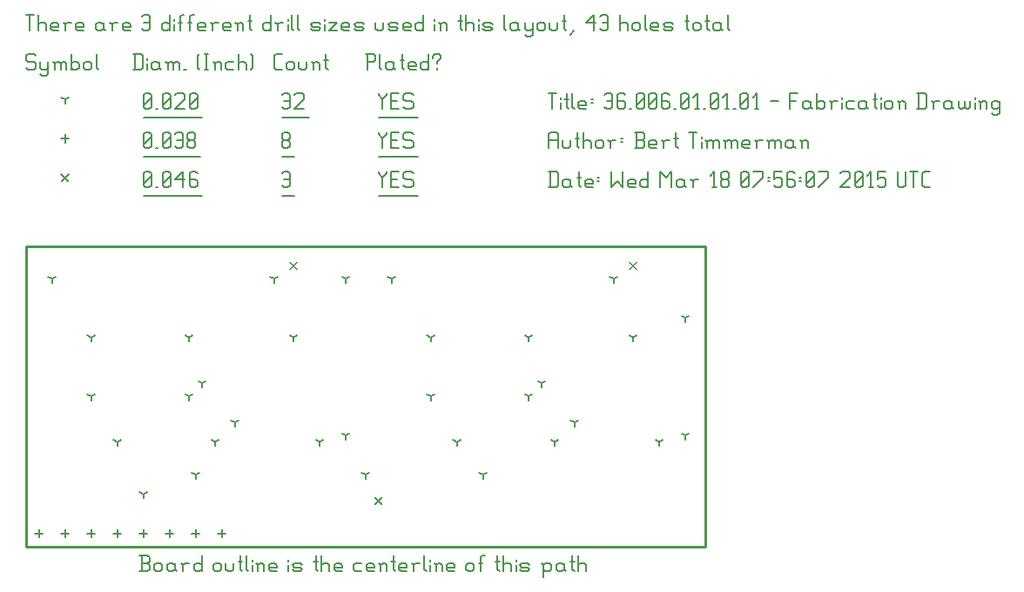
<source format=gbr>
G04 start of page 12 for group -3984 idx -3984 *
G04 Title: 36.006.01.01.01, fab *
G04 Creator: pcb 20100929 *
G04 CreationDate: Wed Mar 18 07:56:07 2015 UTC *
G04 For: bert *
G04 Format: Gerber/RS-274X *
G04 PCB-Dimensions: 260000 115000 *
G04 PCB-Coordinate-Origin: lower left *
%MOIN*%
%FSLAX25Y25*%
%LNFAB*%
%ADD11C,0.0100*%
%ADD13C,0.0200*%
%ADD34C,0.0060*%
G54D13*G36*
X101300Y109266D02*X104265Y106300D01*
X103699Y105735D01*
X100734Y108701D01*
X101300Y109266D01*
G37*
G36*
X100734Y106300D02*X103699Y109266D01*
X104265Y108701D01*
X101300Y105735D01*
X100734Y106300D01*
G37*
G36*
X133800Y19266D02*X136765Y16300D01*
X136199Y15735D01*
X133234Y18701D01*
X133800Y19266D01*
G37*
G36*
X133234Y16300D02*X136199Y19266D01*
X136765Y18701D01*
X133800Y15735D01*
X133234Y16300D01*
G37*
G36*
X231300Y109266D02*X234265Y106300D01*
X233699Y105735D01*
X230734Y108701D01*
X231300Y109266D01*
G37*
G36*
X230734Y106300D02*X233699Y109266D01*
X234265Y108701D01*
X231300Y105735D01*
X230734Y106300D01*
G37*
G36*
X13800Y143015D02*X16765Y140049D01*
X16199Y139484D01*
X13234Y142450D01*
X13800Y143015D01*
G37*
G36*
X13234Y140049D02*X16199Y143015D01*
X16765Y142450D01*
X13800Y139484D01*
X13234Y140049D01*
G37*
G54D34*X135000Y143500D02*Y142750D01*
X136500Y141250D01*
X138000Y142750D01*
Y143500D02*Y142750D01*
X136500Y141250D02*Y137500D01*
X139801Y140500D02*X142051D01*
X139801Y137500D02*X142801D01*
X139801Y143500D02*Y137500D01*
Y143500D02*X142801D01*
X147603D02*X148353Y142750D01*
X145353Y143500D02*X147603D01*
X144603Y142750D02*X145353Y143500D01*
X144603Y142750D02*Y141250D01*
X145353Y140500D01*
X147603D01*
X148353Y139750D01*
Y138250D01*
X147603Y137500D02*X148353Y138250D01*
X145353Y137500D02*X147603D01*
X144603Y138250D02*X145353Y137500D01*
X135000Y134249D02*X150154D01*
X98000Y142750D02*X98750Y143500D01*
X100250D01*
X101000Y142750D01*
Y138250D01*
X100250Y137500D02*X101000Y138250D01*
X98750Y137500D02*X100250D01*
X98000Y138250D02*X98750Y137500D01*
Y140500D02*X101000D01*
X98000Y134249D02*X102801D01*
X45000Y138250D02*X45750Y137500D01*
X45000Y142750D02*Y138250D01*
Y142750D02*X45750Y143500D01*
X47250D01*
X48000Y142750D01*
Y138250D01*
X47250Y137500D02*X48000Y138250D01*
X45750Y137500D02*X47250D01*
X45000Y139000D02*X48000Y142000D01*
X49801Y137500D02*X50551D01*
X52353Y138250D02*X53103Y137500D01*
X52353Y142750D02*Y138250D01*
Y142750D02*X53103Y143500D01*
X54603D01*
X55353Y142750D01*
Y138250D01*
X54603Y137500D02*X55353Y138250D01*
X53103Y137500D02*X54603D01*
X52353Y139000D02*X55353Y142000D01*
X57154Y140500D02*X60154Y143500D01*
X57154Y140500D02*X60904D01*
X60154Y143500D02*Y137500D01*
X64956Y143500D02*X65706Y142750D01*
X63456Y143500D02*X64956D01*
X62706Y142750D02*X63456Y143500D01*
X62706Y142750D02*Y138250D01*
X63456Y137500D01*
X64956Y140500D02*X65706Y139750D01*
X62706Y140500D02*X64956D01*
X63456Y137500D02*X64956D01*
X65706Y138250D01*
Y139750D02*Y138250D01*
X45000Y134249D02*X67507D01*
X5000Y6600D02*Y3400D01*
X3400Y5000D02*X6600D01*
X15000Y6600D02*Y3400D01*
X13400Y5000D02*X16600D01*
X25000Y6600D02*Y3400D01*
X23400Y5000D02*X26600D01*
X35000Y6600D02*Y3400D01*
X33400Y5000D02*X36600D01*
X45000Y6600D02*Y3400D01*
X43400Y5000D02*X46600D01*
X55000Y6600D02*Y3400D01*
X53400Y5000D02*X56600D01*
X65000Y6600D02*Y3400D01*
X63400Y5000D02*X66600D01*
X75000Y6600D02*Y3400D01*
X73400Y5000D02*X76600D01*
X15000Y157850D02*Y154650D01*
X13400Y156250D02*X16600D01*
X135000Y158500D02*Y157750D01*
X136500Y156250D01*
X138000Y157750D01*
Y158500D02*Y157750D01*
X136500Y156250D02*Y152500D01*
X139801Y155500D02*X142051D01*
X139801Y152500D02*X142801D01*
X139801Y158500D02*Y152500D01*
Y158500D02*X142801D01*
X147603D02*X148353Y157750D01*
X145353Y158500D02*X147603D01*
X144603Y157750D02*X145353Y158500D01*
X144603Y157750D02*Y156250D01*
X145353Y155500D01*
X147603D01*
X148353Y154750D01*
Y153250D01*
X147603Y152500D02*X148353Y153250D01*
X145353Y152500D02*X147603D01*
X144603Y153250D02*X145353Y152500D01*
X135000Y149249D02*X150154D01*
X98000Y153250D02*X98750Y152500D01*
X98000Y154750D02*Y153250D01*
Y154750D02*X98750Y155500D01*
X100250D01*
X101000Y154750D01*
Y153250D01*
X100250Y152500D02*X101000Y153250D01*
X98750Y152500D02*X100250D01*
X98000Y156250D02*X98750Y155500D01*
X98000Y157750D02*Y156250D01*
Y157750D02*X98750Y158500D01*
X100250D01*
X101000Y157750D01*
Y156250D01*
X100250Y155500D02*X101000Y156250D01*
X98000Y149249D02*X102801D01*
X45000Y153250D02*X45750Y152500D01*
X45000Y157750D02*Y153250D01*
Y157750D02*X45750Y158500D01*
X47250D01*
X48000Y157750D01*
Y153250D01*
X47250Y152500D02*X48000Y153250D01*
X45750Y152500D02*X47250D01*
X45000Y154000D02*X48000Y157000D01*
X49801Y152500D02*X50551D01*
X52353Y153250D02*X53103Y152500D01*
X52353Y157750D02*Y153250D01*
Y157750D02*X53103Y158500D01*
X54603D01*
X55353Y157750D01*
Y153250D01*
X54603Y152500D02*X55353Y153250D01*
X53103Y152500D02*X54603D01*
X52353Y154000D02*X55353Y157000D01*
X57154Y157750D02*X57904Y158500D01*
X59404D01*
X60154Y157750D01*
Y153250D01*
X59404Y152500D02*X60154Y153250D01*
X57904Y152500D02*X59404D01*
X57154Y153250D02*X57904Y152500D01*
Y155500D02*X60154D01*
X61956Y153250D02*X62706Y152500D01*
X61956Y154750D02*Y153250D01*
Y154750D02*X62706Y155500D01*
X64206D01*
X64956Y154750D01*
Y153250D01*
X64206Y152500D02*X64956Y153250D01*
X62706Y152500D02*X64206D01*
X61956Y156250D02*X62706Y155500D01*
X61956Y157750D02*Y156250D01*
Y157750D02*X62706Y158500D01*
X64206D01*
X64956Y157750D01*
Y156250D01*
X64206Y155500D02*X64956Y156250D01*
X45000Y149249D02*X66757D01*
X25000Y57500D02*Y55900D01*
Y57500D02*X26386Y58300D01*
X25000Y57500D02*X23614Y58300D01*
X62500Y57500D02*Y55900D01*
Y57500D02*X63886Y58300D01*
X62500Y57500D02*X61114Y58300D01*
X65000Y27500D02*Y25900D01*
Y27500D02*X66386Y28300D01*
X65000Y27500D02*X63614Y28300D01*
X62500Y80000D02*Y78400D01*
Y80000D02*X63886Y80800D01*
X62500Y80000D02*X61114Y80800D01*
X102500Y80000D02*Y78400D01*
Y80000D02*X103886Y80800D01*
X102500Y80000D02*X101114Y80800D01*
X25000Y80000D02*Y78400D01*
Y80000D02*X26386Y80800D01*
X25000Y80000D02*X23614Y80800D01*
X72500Y40000D02*Y38400D01*
Y40000D02*X73886Y40800D01*
X72500Y40000D02*X71114Y40800D01*
X35000Y40000D02*Y38400D01*
Y40000D02*X36386Y40800D01*
X35000Y40000D02*X33614Y40800D01*
X112500Y40000D02*Y38400D01*
Y40000D02*X113886Y40800D01*
X112500Y40000D02*X111114Y40800D01*
X122500Y42500D02*Y40900D01*
Y42500D02*X123886Y43300D01*
X122500Y42500D02*X121114Y43300D01*
X80000Y47500D02*Y45900D01*
Y47500D02*X81386Y48300D01*
X80000Y47500D02*X78614Y48300D01*
X67500Y62500D02*Y60900D01*
Y62500D02*X68886Y63300D01*
X67500Y62500D02*X66114Y63300D01*
X45000Y20000D02*Y18400D01*
Y20000D02*X46386Y20800D01*
X45000Y20000D02*X43614Y20800D01*
X10000Y102500D02*Y100900D01*
Y102500D02*X11386Y103300D01*
X10000Y102500D02*X8614Y103300D01*
X122500Y102500D02*Y100900D01*
Y102500D02*X123886Y103300D01*
X122500Y102500D02*X121114Y103300D01*
X95000Y102500D02*Y100900D01*
Y102500D02*X96386Y103300D01*
X95000Y102500D02*X93614Y103300D01*
X155000Y57500D02*Y55900D01*
Y57500D02*X156386Y58300D01*
X155000Y57500D02*X153614Y58300D01*
X192500Y57500D02*Y55900D01*
Y57500D02*X193886Y58300D01*
X192500Y57500D02*X191114Y58300D01*
X130000Y27500D02*Y25900D01*
Y27500D02*X131386Y28300D01*
X130000Y27500D02*X128614Y28300D01*
X192500Y80000D02*Y78400D01*
Y80000D02*X193886Y80800D01*
X192500Y80000D02*X191114Y80800D01*
X232500Y80000D02*Y78400D01*
Y80000D02*X233886Y80800D01*
X232500Y80000D02*X231114Y80800D01*
X155000Y80000D02*Y78400D01*
Y80000D02*X156386Y80800D01*
X155000Y80000D02*X153614Y80800D01*
X202500Y40000D02*Y38400D01*
Y40000D02*X203886Y40800D01*
X202500Y40000D02*X201114Y40800D01*
X165000Y40000D02*Y38400D01*
Y40000D02*X166386Y40800D01*
X165000Y40000D02*X163614Y40800D01*
X242500Y40000D02*Y38400D01*
Y40000D02*X243886Y40800D01*
X242500Y40000D02*X241114Y40800D01*
X252500Y42500D02*Y40900D01*
Y42500D02*X253886Y43300D01*
X252500Y42500D02*X251114Y43300D01*
X210000Y47500D02*Y45900D01*
Y47500D02*X211386Y48300D01*
X210000Y47500D02*X208614Y48300D01*
X197500Y62500D02*Y60900D01*
Y62500D02*X198886Y63300D01*
X197500Y62500D02*X196114Y63300D01*
X175000Y27500D02*Y25900D01*
Y27500D02*X176386Y28300D01*
X175000Y27500D02*X173614Y28300D01*
X140000Y102500D02*Y100900D01*
Y102500D02*X141386Y103300D01*
X140000Y102500D02*X138614Y103300D01*
X252500Y87500D02*Y85900D01*
Y87500D02*X253886Y88300D01*
X252500Y87500D02*X251114Y88300D01*
X225000Y102500D02*Y100900D01*
Y102500D02*X226386Y103300D01*
X225000Y102500D02*X223614Y103300D01*
X15000Y171250D02*Y169650D01*
Y171250D02*X16386Y172050D01*
X15000Y171250D02*X13614Y172050D01*
X135000Y173500D02*Y172750D01*
X136500Y171250D01*
X138000Y172750D01*
Y173500D02*Y172750D01*
X136500Y171250D02*Y167500D01*
X139801Y170500D02*X142051D01*
X139801Y167500D02*X142801D01*
X139801Y173500D02*Y167500D01*
Y173500D02*X142801D01*
X147603D02*X148353Y172750D01*
X145353Y173500D02*X147603D01*
X144603Y172750D02*X145353Y173500D01*
X144603Y172750D02*Y171250D01*
X145353Y170500D01*
X147603D01*
X148353Y169750D01*
Y168250D01*
X147603Y167500D02*X148353Y168250D01*
X145353Y167500D02*X147603D01*
X144603Y168250D02*X145353Y167500D01*
X135000Y164249D02*X150154D01*
X98000Y172750D02*X98750Y173500D01*
X100250D01*
X101000Y172750D01*
Y168250D01*
X100250Y167500D02*X101000Y168250D01*
X98750Y167500D02*X100250D01*
X98000Y168250D02*X98750Y167500D01*
Y170500D02*X101000D01*
X102801Y172750D02*X103551Y173500D01*
X105801D01*
X106551Y172750D01*
Y171250D01*
X102801Y167500D02*X106551Y171250D01*
X102801Y167500D02*X106551D01*
X98000Y164249D02*X108353D01*
X45000Y168250D02*X45750Y167500D01*
X45000Y172750D02*Y168250D01*
Y172750D02*X45750Y173500D01*
X47250D01*
X48000Y172750D01*
Y168250D01*
X47250Y167500D02*X48000Y168250D01*
X45750Y167500D02*X47250D01*
X45000Y169000D02*X48000Y172000D01*
X49801Y167500D02*X50551D01*
X52353Y168250D02*X53103Y167500D01*
X52353Y172750D02*Y168250D01*
Y172750D02*X53103Y173500D01*
X54603D01*
X55353Y172750D01*
Y168250D01*
X54603Y167500D02*X55353Y168250D01*
X53103Y167500D02*X54603D01*
X52353Y169000D02*X55353Y172000D01*
X57154Y172750D02*X57904Y173500D01*
X60154D01*
X60904Y172750D01*
Y171250D01*
X57154Y167500D02*X60904Y171250D01*
X57154Y167500D02*X60904D01*
X62706Y168250D02*X63456Y167500D01*
X62706Y172750D02*Y168250D01*
Y172750D02*X63456Y173500D01*
X64956D01*
X65706Y172750D01*
Y168250D01*
X64956Y167500D02*X65706Y168250D01*
X63456Y167500D02*X64956D01*
X62706Y169000D02*X65706Y172000D01*
X45000Y164249D02*X67507D01*
X3000Y188500D02*X3750Y187750D01*
X750Y188500D02*X3000D01*
X0Y187750D02*X750Y188500D01*
X0Y187750D02*Y186250D01*
X750Y185500D01*
X3000D01*
X3750Y184750D01*
Y183250D01*
X3000Y182500D02*X3750Y183250D01*
X750Y182500D02*X3000D01*
X0Y183250D02*X750Y182500D01*
X5551Y185500D02*Y183250D01*
X6301Y182500D01*
X8551Y185500D02*Y181000D01*
X7801Y180250D02*X8551Y181000D01*
X6301Y180250D02*X7801D01*
X5551Y181000D02*X6301Y180250D01*
Y182500D02*X7801D01*
X8551Y183250D01*
X11103Y184750D02*Y182500D01*
Y184750D02*X11853Y185500D01*
X12603D01*
X13353Y184750D01*
Y182500D01*
Y184750D02*X14103Y185500D01*
X14853D01*
X15603Y184750D01*
Y182500D01*
X10353Y185500D02*X11103Y184750D01*
X17404Y188500D02*Y182500D01*
Y183250D02*X18154Y182500D01*
X19654D01*
X20404Y183250D01*
Y184750D02*Y183250D01*
X19654Y185500D02*X20404Y184750D01*
X18154Y185500D02*X19654D01*
X17404Y184750D02*X18154Y185500D01*
X22206Y184750D02*Y183250D01*
Y184750D02*X22956Y185500D01*
X24456D01*
X25206Y184750D01*
Y183250D01*
X24456Y182500D02*X25206Y183250D01*
X22956Y182500D02*X24456D01*
X22206Y183250D02*X22956Y182500D01*
X27007Y188500D02*Y183250D01*
X27757Y182500D01*
X41750Y188500D02*Y182500D01*
X44000Y188500D02*X44750Y187750D01*
Y183250D01*
X44000Y182500D02*X44750Y183250D01*
X41000Y182500D02*X44000D01*
X41000Y188500D02*X44000D01*
X46551Y187000D02*Y186250D01*
Y184750D02*Y182500D01*
X50303Y185500D02*X51053Y184750D01*
X48803Y185500D02*X50303D01*
X48053Y184750D02*X48803Y185500D01*
X48053Y184750D02*Y183250D01*
X48803Y182500D01*
X51053Y185500D02*Y183250D01*
X51803Y182500D01*
X48803D02*X50303D01*
X51053Y183250D01*
X54354Y184750D02*Y182500D01*
Y184750D02*X55104Y185500D01*
X55854D01*
X56604Y184750D01*
Y182500D01*
Y184750D02*X57354Y185500D01*
X58104D01*
X58854Y184750D01*
Y182500D01*
X53604Y185500D02*X54354Y184750D01*
X60656Y182500D02*X61406D01*
X65907Y183250D02*X66657Y182500D01*
X65907Y187750D02*X66657Y188500D01*
X65907Y187750D02*Y183250D01*
X68459Y188500D02*X69959D01*
X69209D02*Y182500D01*
X68459D02*X69959D01*
X72510Y184750D02*Y182500D01*
Y184750D02*X73260Y185500D01*
X74010D01*
X74760Y184750D01*
Y182500D01*
X71760Y185500D02*X72510Y184750D01*
X77312Y185500D02*X79562D01*
X76562Y184750D02*X77312Y185500D01*
X76562Y184750D02*Y183250D01*
X77312Y182500D01*
X79562D01*
X81363Y188500D02*Y182500D01*
Y184750D02*X82113Y185500D01*
X83613D01*
X84363Y184750D01*
Y182500D01*
X86165Y188500D02*X86915Y187750D01*
Y183250D01*
X86165Y182500D02*X86915Y183250D01*
X95750Y182500D02*X98000D01*
X95000Y183250D02*X95750Y182500D01*
X95000Y187750D02*Y183250D01*
Y187750D02*X95750Y188500D01*
X98000D01*
X99801Y184750D02*Y183250D01*
Y184750D02*X100551Y185500D01*
X102051D01*
X102801Y184750D01*
Y183250D01*
X102051Y182500D02*X102801Y183250D01*
X100551Y182500D02*X102051D01*
X99801Y183250D02*X100551Y182500D01*
X104603Y185500D02*Y183250D01*
X105353Y182500D01*
X106853D01*
X107603Y183250D01*
Y185500D02*Y183250D01*
X110154Y184750D02*Y182500D01*
Y184750D02*X110904Y185500D01*
X111654D01*
X112404Y184750D01*
Y182500D01*
X109404Y185500D02*X110154Y184750D01*
X114956Y188500D02*Y183250D01*
X115706Y182500D01*
X114206Y186250D02*X115706D01*
X130750Y188500D02*Y182500D01*
X130000Y188500D02*X133000D01*
X133750Y187750D01*
Y186250D01*
X133000Y185500D02*X133750Y186250D01*
X130750Y185500D02*X133000D01*
X135551Y188500D02*Y183250D01*
X136301Y182500D01*
X140053Y185500D02*X140803Y184750D01*
X138553Y185500D02*X140053D01*
X137803Y184750D02*X138553Y185500D01*
X137803Y184750D02*Y183250D01*
X138553Y182500D01*
X140803Y185500D02*Y183250D01*
X141553Y182500D01*
X138553D02*X140053D01*
X140803Y183250D01*
X144104Y188500D02*Y183250D01*
X144854Y182500D01*
X143354Y186250D02*X144854D01*
X147106Y182500D02*X149356D01*
X146356Y183250D02*X147106Y182500D01*
X146356Y184750D02*Y183250D01*
Y184750D02*X147106Y185500D01*
X148606D01*
X149356Y184750D01*
X146356Y184000D02*X149356D01*
Y184750D02*Y184000D01*
X154157Y188500D02*Y182500D01*
X153407D02*X154157Y183250D01*
X151907Y182500D02*X153407D01*
X151157Y183250D02*X151907Y182500D01*
X151157Y184750D02*Y183250D01*
Y184750D02*X151907Y185500D01*
X153407D01*
X154157Y184750D01*
X157459Y185500D02*Y184750D01*
Y183250D02*Y182500D01*
X155959Y187750D02*Y187000D01*
Y187750D02*X156709Y188500D01*
X158209D01*
X158959Y187750D01*
Y187000D01*
X157459Y185500D02*X158959Y187000D01*
X0Y203500D02*X3000D01*
X1500D02*Y197500D01*
X4801Y203500D02*Y197500D01*
Y199750D02*X5551Y200500D01*
X7051D01*
X7801Y199750D01*
Y197500D01*
X10353D02*X12603D01*
X9603Y198250D02*X10353Y197500D01*
X9603Y199750D02*Y198250D01*
Y199750D02*X10353Y200500D01*
X11853D01*
X12603Y199750D01*
X9603Y199000D02*X12603D01*
Y199750D02*Y199000D01*
X15154Y199750D02*Y197500D01*
Y199750D02*X15904Y200500D01*
X17404D01*
X14404D02*X15154Y199750D01*
X19956Y197500D02*X22206D01*
X19206Y198250D02*X19956Y197500D01*
X19206Y199750D02*Y198250D01*
Y199750D02*X19956Y200500D01*
X21456D01*
X22206Y199750D01*
X19206Y199000D02*X22206D01*
Y199750D02*Y199000D01*
X28957Y200500D02*X29707Y199750D01*
X27457Y200500D02*X28957D01*
X26707Y199750D02*X27457Y200500D01*
X26707Y199750D02*Y198250D01*
X27457Y197500D01*
X29707Y200500D02*Y198250D01*
X30457Y197500D01*
X27457D02*X28957D01*
X29707Y198250D01*
X33009Y199750D02*Y197500D01*
Y199750D02*X33759Y200500D01*
X35259D01*
X32259D02*X33009Y199750D01*
X37810Y197500D02*X40060D01*
X37060Y198250D02*X37810Y197500D01*
X37060Y199750D02*Y198250D01*
Y199750D02*X37810Y200500D01*
X39310D01*
X40060Y199750D01*
X37060Y199000D02*X40060D01*
Y199750D02*Y199000D01*
X44562Y202750D02*X45312Y203500D01*
X46812D01*
X47562Y202750D01*
Y198250D01*
X46812Y197500D02*X47562Y198250D01*
X45312Y197500D02*X46812D01*
X44562Y198250D02*X45312Y197500D01*
Y200500D02*X47562D01*
X55063Y203500D02*Y197500D01*
X54313D02*X55063Y198250D01*
X52813Y197500D02*X54313D01*
X52063Y198250D02*X52813Y197500D01*
X52063Y199750D02*Y198250D01*
Y199750D02*X52813Y200500D01*
X54313D01*
X55063Y199750D01*
X56865Y202000D02*Y201250D01*
Y199750D02*Y197500D01*
X59116Y202750D02*Y197500D01*
Y202750D02*X59866Y203500D01*
X60616D01*
X58366Y200500D02*X59866D01*
X62868Y202750D02*Y197500D01*
Y202750D02*X63618Y203500D01*
X64368D01*
X62118Y200500D02*X63618D01*
X66619Y197500D02*X68869D01*
X65869Y198250D02*X66619Y197500D01*
X65869Y199750D02*Y198250D01*
Y199750D02*X66619Y200500D01*
X68119D01*
X68869Y199750D01*
X65869Y199000D02*X68869D01*
Y199750D02*Y199000D01*
X71421Y199750D02*Y197500D01*
Y199750D02*X72171Y200500D01*
X73671D01*
X70671D02*X71421Y199750D01*
X76222Y197500D02*X78472D01*
X75472Y198250D02*X76222Y197500D01*
X75472Y199750D02*Y198250D01*
Y199750D02*X76222Y200500D01*
X77722D01*
X78472Y199750D01*
X75472Y199000D02*X78472D01*
Y199750D02*Y199000D01*
X81024Y199750D02*Y197500D01*
Y199750D02*X81774Y200500D01*
X82524D01*
X83274Y199750D01*
Y197500D01*
X80274Y200500D02*X81024Y199750D01*
X85825Y203500D02*Y198250D01*
X86575Y197500D01*
X85075Y201250D02*X86575D01*
X93777Y203500D02*Y197500D01*
X93027D02*X93777Y198250D01*
X91527Y197500D02*X93027D01*
X90777Y198250D02*X91527Y197500D01*
X90777Y199750D02*Y198250D01*
Y199750D02*X91527Y200500D01*
X93027D01*
X93777Y199750D01*
X96328D02*Y197500D01*
Y199750D02*X97078Y200500D01*
X98578D01*
X95578D02*X96328Y199750D01*
X100380Y202000D02*Y201250D01*
Y199750D02*Y197500D01*
X101881Y203500D02*Y198250D01*
X102631Y197500D01*
X104133Y203500D02*Y198250D01*
X104883Y197500D01*
X109834D02*X112084D01*
X112834Y198250D01*
X112084Y199000D02*X112834Y198250D01*
X109834Y199000D02*X112084D01*
X109084Y199750D02*X109834Y199000D01*
X109084Y199750D02*X109834Y200500D01*
X112084D01*
X112834Y199750D01*
X109084Y198250D02*X109834Y197500D01*
X114636Y202000D02*Y201250D01*
Y199750D02*Y197500D01*
X116137Y200500D02*X119137D01*
X116137Y197500D02*X119137Y200500D01*
X116137Y197500D02*X119137D01*
X121689D02*X123939D01*
X120939Y198250D02*X121689Y197500D01*
X120939Y199750D02*Y198250D01*
Y199750D02*X121689Y200500D01*
X123189D01*
X123939Y199750D01*
X120939Y199000D02*X123939D01*
Y199750D02*Y199000D01*
X126490Y197500D02*X128740D01*
X129490Y198250D01*
X128740Y199000D02*X129490Y198250D01*
X126490Y199000D02*X128740D01*
X125740Y199750D02*X126490Y199000D01*
X125740Y199750D02*X126490Y200500D01*
X128740D01*
X129490Y199750D01*
X125740Y198250D02*X126490Y197500D01*
X133992Y200500D02*Y198250D01*
X134742Y197500D01*
X136242D01*
X136992Y198250D01*
Y200500D02*Y198250D01*
X139543Y197500D02*X141793D01*
X142543Y198250D01*
X141793Y199000D02*X142543Y198250D01*
X139543Y199000D02*X141793D01*
X138793Y199750D02*X139543Y199000D01*
X138793Y199750D02*X139543Y200500D01*
X141793D01*
X142543Y199750D01*
X138793Y198250D02*X139543Y197500D01*
X145095D02*X147345D01*
X144345Y198250D02*X145095Y197500D01*
X144345Y199750D02*Y198250D01*
Y199750D02*X145095Y200500D01*
X146595D01*
X147345Y199750D01*
X144345Y199000D02*X147345D01*
Y199750D02*Y199000D01*
X152146Y203500D02*Y197500D01*
X151396D02*X152146Y198250D01*
X149896Y197500D02*X151396D01*
X149146Y198250D02*X149896Y197500D01*
X149146Y199750D02*Y198250D01*
Y199750D02*X149896Y200500D01*
X151396D01*
X152146Y199750D01*
X156648Y202000D02*Y201250D01*
Y199750D02*Y197500D01*
X158899Y199750D02*Y197500D01*
Y199750D02*X159649Y200500D01*
X160399D01*
X161149Y199750D01*
Y197500D01*
X158149Y200500D02*X158899Y199750D01*
X166401Y203500D02*Y198250D01*
X167151Y197500D01*
X165651Y201250D02*X167151D01*
X168652Y203500D02*Y197500D01*
Y199750D02*X169402Y200500D01*
X170902D01*
X171652Y199750D01*
Y197500D01*
X173454Y202000D02*Y201250D01*
Y199750D02*Y197500D01*
X175705D02*X177955D01*
X178705Y198250D01*
X177955Y199000D02*X178705Y198250D01*
X175705Y199000D02*X177955D01*
X174955Y199750D02*X175705Y199000D01*
X174955Y199750D02*X175705Y200500D01*
X177955D01*
X178705Y199750D01*
X174955Y198250D02*X175705Y197500D01*
X183207Y203500D02*Y198250D01*
X183957Y197500D01*
X187708Y200500D02*X188458Y199750D01*
X186208Y200500D02*X187708D01*
X185458Y199750D02*X186208Y200500D01*
X185458Y199750D02*Y198250D01*
X186208Y197500D01*
X188458Y200500D02*Y198250D01*
X189208Y197500D01*
X186208D02*X187708D01*
X188458Y198250D01*
X191010Y200500D02*Y198250D01*
X191760Y197500D01*
X194010Y200500D02*Y196000D01*
X193260Y195250D02*X194010Y196000D01*
X191760Y195250D02*X193260D01*
X191010Y196000D02*X191760Y195250D01*
Y197500D02*X193260D01*
X194010Y198250D01*
X195811Y199750D02*Y198250D01*
Y199750D02*X196561Y200500D01*
X198061D01*
X198811Y199750D01*
Y198250D01*
X198061Y197500D02*X198811Y198250D01*
X196561Y197500D02*X198061D01*
X195811Y198250D02*X196561Y197500D01*
X200613Y200500D02*Y198250D01*
X201363Y197500D01*
X202863D01*
X203613Y198250D01*
Y200500D02*Y198250D01*
X206164Y203500D02*Y198250D01*
X206914Y197500D01*
X205414Y201250D02*X206914D01*
X208416Y196000D02*X209916Y197500D01*
X214417Y200500D02*X217417Y203500D01*
X214417Y200500D02*X218167D01*
X217417Y203500D02*Y197500D01*
X219969Y202750D02*X220719Y203500D01*
X222219D01*
X222969Y202750D01*
Y198250D01*
X222219Y197500D02*X222969Y198250D01*
X220719Y197500D02*X222219D01*
X219969Y198250D02*X220719Y197500D01*
Y200500D02*X222969D01*
X227470Y203500D02*Y197500D01*
Y199750D02*X228220Y200500D01*
X229720D01*
X230470Y199750D01*
Y197500D01*
X232272Y199750D02*Y198250D01*
Y199750D02*X233022Y200500D01*
X234522D01*
X235272Y199750D01*
Y198250D01*
X234522Y197500D02*X235272Y198250D01*
X233022Y197500D02*X234522D01*
X232272Y198250D02*X233022Y197500D01*
X237073Y203500D02*Y198250D01*
X237823Y197500D01*
X240075D02*X242325D01*
X239325Y198250D02*X240075Y197500D01*
X239325Y199750D02*Y198250D01*
Y199750D02*X240075Y200500D01*
X241575D01*
X242325Y199750D01*
X239325Y199000D02*X242325D01*
Y199750D02*Y199000D01*
X244876Y197500D02*X247126D01*
X247876Y198250D01*
X247126Y199000D02*X247876Y198250D01*
X244876Y199000D02*X247126D01*
X244126Y199750D02*X244876Y199000D01*
X244126Y199750D02*X244876Y200500D01*
X247126D01*
X247876Y199750D01*
X244126Y198250D02*X244876Y197500D01*
X253128Y203500D02*Y198250D01*
X253878Y197500D01*
X252378Y201250D02*X253878D01*
X255379Y199750D02*Y198250D01*
Y199750D02*X256129Y200500D01*
X257629D01*
X258379Y199750D01*
Y198250D01*
X257629Y197500D02*X258379Y198250D01*
X256129Y197500D02*X257629D01*
X255379Y198250D02*X256129Y197500D01*
X260931Y203500D02*Y198250D01*
X261681Y197500D01*
X260181Y201250D02*X261681D01*
X265432Y200500D02*X266182Y199750D01*
X263932Y200500D02*X265432D01*
X263182Y199750D02*X263932Y200500D01*
X263182Y199750D02*Y198250D01*
X263932Y197500D01*
X266182Y200500D02*Y198250D01*
X266932Y197500D01*
X263932D02*X265432D01*
X266182Y198250D01*
X268734Y203500D02*Y198250D01*
X269484Y197500D01*
G54D11*X260000Y115000D02*X0D01*
X260000Y0D02*Y115000D01*
X0Y0D02*X260000D01*
X0Y115000D02*Y0D01*
G54D34*X43648Y-9500D02*X46648D01*
X47398Y-8750D01*
Y-7250D02*Y-8750D01*
X46648Y-6500D02*X47398Y-7250D01*
X44398Y-6500D02*X46648D01*
X44398Y-3500D02*Y-9500D01*
X43648Y-3500D02*X46648D01*
X47398Y-4250D01*
Y-5750D01*
X46648Y-6500D02*X47398Y-5750D01*
X49199Y-7250D02*Y-8750D01*
Y-7250D02*X49949Y-6500D01*
X51449D01*
X52199Y-7250D01*
Y-8750D01*
X51449Y-9500D02*X52199Y-8750D01*
X49949Y-9500D02*X51449D01*
X49199Y-8750D02*X49949Y-9500D01*
X56251Y-6500D02*X57001Y-7250D01*
X54751Y-6500D02*X56251D01*
X54001Y-7250D02*X54751Y-6500D01*
X54001Y-7250D02*Y-8750D01*
X54751Y-9500D01*
X57001Y-6500D02*Y-8750D01*
X57751Y-9500D01*
X54751D02*X56251D01*
X57001Y-8750D01*
X60302Y-7250D02*Y-9500D01*
Y-7250D02*X61052Y-6500D01*
X62552D01*
X59552D02*X60302Y-7250D01*
X67354Y-3500D02*Y-9500D01*
X66604D02*X67354Y-8750D01*
X65104Y-9500D02*X66604D01*
X64354Y-8750D02*X65104Y-9500D01*
X64354Y-7250D02*Y-8750D01*
Y-7250D02*X65104Y-6500D01*
X66604D01*
X67354Y-7250D01*
X71855D02*Y-8750D01*
Y-7250D02*X72605Y-6500D01*
X74105D01*
X74855Y-7250D01*
Y-8750D01*
X74105Y-9500D02*X74855Y-8750D01*
X72605Y-9500D02*X74105D01*
X71855Y-8750D02*X72605Y-9500D01*
X76657Y-6500D02*Y-8750D01*
X77407Y-9500D01*
X78907D01*
X79657Y-8750D01*
Y-6500D02*Y-8750D01*
X82208Y-3500D02*Y-8750D01*
X82958Y-9500D01*
X81458Y-5750D02*X82958D01*
X84460Y-3500D02*Y-8750D01*
X85210Y-9500D01*
X86711Y-5000D02*Y-5750D01*
Y-7250D02*Y-9500D01*
X88963Y-7250D02*Y-9500D01*
Y-7250D02*X89713Y-6500D01*
X90463D01*
X91213Y-7250D01*
Y-9500D01*
X88213Y-6500D02*X88963Y-7250D01*
X93764Y-9500D02*X96014D01*
X93014Y-8750D02*X93764Y-9500D01*
X93014Y-7250D02*Y-8750D01*
Y-7250D02*X93764Y-6500D01*
X95264D01*
X96014Y-7250D01*
X93014Y-8000D02*X96014D01*
Y-7250D02*Y-8000D01*
X100516Y-5000D02*Y-5750D01*
Y-7250D02*Y-9500D01*
X102767D02*X105017D01*
X105767Y-8750D01*
X105017Y-8000D02*X105767Y-8750D01*
X102767Y-8000D02*X105017D01*
X102017Y-7250D02*X102767Y-8000D01*
X102017Y-7250D02*X102767Y-6500D01*
X105017D01*
X105767Y-7250D01*
X102017Y-8750D02*X102767Y-9500D01*
X111019Y-3500D02*Y-8750D01*
X111769Y-9500D01*
X110269Y-5750D02*X111769D01*
X113270Y-3500D02*Y-9500D01*
Y-7250D02*X114020Y-6500D01*
X115520D01*
X116270Y-7250D01*
Y-9500D01*
X118822D02*X121072D01*
X118072Y-8750D02*X118822Y-9500D01*
X118072Y-7250D02*Y-8750D01*
Y-7250D02*X118822Y-6500D01*
X120322D01*
X121072Y-7250D01*
X118072Y-8000D02*X121072D01*
Y-7250D02*Y-8000D01*
X126323Y-6500D02*X128573D01*
X125573Y-7250D02*X126323Y-6500D01*
X125573Y-7250D02*Y-8750D01*
X126323Y-9500D01*
X128573D01*
X131125D02*X133375D01*
X130375Y-8750D02*X131125Y-9500D01*
X130375Y-7250D02*Y-8750D01*
Y-7250D02*X131125Y-6500D01*
X132625D01*
X133375Y-7250D01*
X130375Y-8000D02*X133375D01*
Y-7250D02*Y-8000D01*
X135926Y-7250D02*Y-9500D01*
Y-7250D02*X136676Y-6500D01*
X137426D01*
X138176Y-7250D01*
Y-9500D01*
X135176Y-6500D02*X135926Y-7250D01*
X140728Y-3500D02*Y-8750D01*
X141478Y-9500D01*
X139978Y-5750D02*X141478D01*
X143729Y-9500D02*X145979D01*
X142979Y-8750D02*X143729Y-9500D01*
X142979Y-7250D02*Y-8750D01*
Y-7250D02*X143729Y-6500D01*
X145229D01*
X145979Y-7250D01*
X142979Y-8000D02*X145979D01*
Y-7250D02*Y-8000D01*
X148531Y-7250D02*Y-9500D01*
Y-7250D02*X149281Y-6500D01*
X150781D01*
X147781D02*X148531Y-7250D01*
X152582Y-3500D02*Y-8750D01*
X153332Y-9500D01*
X154834Y-5000D02*Y-5750D01*
Y-7250D02*Y-9500D01*
X157085Y-7250D02*Y-9500D01*
Y-7250D02*X157835Y-6500D01*
X158585D01*
X159335Y-7250D01*
Y-9500D01*
X156335Y-6500D02*X157085Y-7250D01*
X161887Y-9500D02*X164137D01*
X161137Y-8750D02*X161887Y-9500D01*
X161137Y-7250D02*Y-8750D01*
Y-7250D02*X161887Y-6500D01*
X163387D01*
X164137Y-7250D01*
X161137Y-8000D02*X164137D01*
Y-7250D02*Y-8000D01*
X168638Y-7250D02*Y-8750D01*
Y-7250D02*X169388Y-6500D01*
X170888D01*
X171638Y-7250D01*
Y-8750D01*
X170888Y-9500D02*X171638Y-8750D01*
X169388Y-9500D02*X170888D01*
X168638Y-8750D02*X169388Y-9500D01*
X174190Y-4250D02*Y-9500D01*
Y-4250D02*X174940Y-3500D01*
X175690D01*
X173440Y-6500D02*X174940D01*
X180641Y-3500D02*Y-8750D01*
X181391Y-9500D01*
X179891Y-5750D02*X181391D01*
X182893Y-3500D02*Y-9500D01*
Y-7250D02*X183643Y-6500D01*
X185143D01*
X185893Y-7250D01*
Y-9500D01*
X187694Y-5000D02*Y-5750D01*
Y-7250D02*Y-9500D01*
X189946D02*X192196D01*
X192946Y-8750D01*
X192196Y-8000D02*X192946Y-8750D01*
X189946Y-8000D02*X192196D01*
X189196Y-7250D02*X189946Y-8000D01*
X189196Y-7250D02*X189946Y-6500D01*
X192196D01*
X192946Y-7250D01*
X189196Y-8750D02*X189946Y-9500D01*
X198197Y-7250D02*Y-11750D01*
X197447Y-6500D02*X198197Y-7250D01*
X198947Y-6500D01*
X200447D01*
X201197Y-7250D01*
Y-8750D01*
X200447Y-9500D02*X201197Y-8750D01*
X198947Y-9500D02*X200447D01*
X198197Y-8750D02*X198947Y-9500D01*
X205249Y-6500D02*X205999Y-7250D01*
X203749Y-6500D02*X205249D01*
X202999Y-7250D02*X203749Y-6500D01*
X202999Y-7250D02*Y-8750D01*
X203749Y-9500D01*
X205999Y-6500D02*Y-8750D01*
X206749Y-9500D01*
X203749D02*X205249D01*
X205999Y-8750D01*
X209300Y-3500D02*Y-8750D01*
X210050Y-9500D01*
X208550Y-5750D02*X210050D01*
X211552Y-3500D02*Y-9500D01*
Y-7250D02*X212302Y-6500D01*
X213802D01*
X214552Y-7250D01*
Y-9500D01*
X200750Y143500D02*Y137500D01*
X203000Y143500D02*X203750Y142750D01*
Y138250D01*
X203000Y137500D02*X203750Y138250D01*
X200000Y137500D02*X203000D01*
X200000Y143500D02*X203000D01*
X207801Y140500D02*X208551Y139750D01*
X206301Y140500D02*X207801D01*
X205551Y139750D02*X206301Y140500D01*
X205551Y139750D02*Y138250D01*
X206301Y137500D01*
X208551Y140500D02*Y138250D01*
X209301Y137500D01*
X206301D02*X207801D01*
X208551Y138250D01*
X211853Y143500D02*Y138250D01*
X212603Y137500D01*
X211103Y141250D02*X212603D01*
X214854Y137500D02*X217104D01*
X214104Y138250D02*X214854Y137500D01*
X214104Y139750D02*Y138250D01*
Y139750D02*X214854Y140500D01*
X216354D01*
X217104Y139750D01*
X214104Y139000D02*X217104D01*
Y139750D02*Y139000D01*
X218906Y141250D02*X219656D01*
X218906Y139750D02*X219656D01*
X224157Y143500D02*Y137500D01*
X226407Y139750D01*
X228657Y137500D01*
Y143500D02*Y137500D01*
X231209D02*X233459D01*
X230459Y138250D02*X231209Y137500D01*
X230459Y139750D02*Y138250D01*
Y139750D02*X231209Y140500D01*
X232709D01*
X233459Y139750D01*
X230459Y139000D02*X233459D01*
Y139750D02*Y139000D01*
X238260Y143500D02*Y137500D01*
X237510D02*X238260Y138250D01*
X236010Y137500D02*X237510D01*
X235260Y138250D02*X236010Y137500D01*
X235260Y139750D02*Y138250D01*
Y139750D02*X236010Y140500D01*
X237510D01*
X238260Y139750D01*
X242762Y143500D02*Y137500D01*
Y143500D02*X245012Y141250D01*
X247262Y143500D01*
Y137500D01*
X251313Y140500D02*X252063Y139750D01*
X249813Y140500D02*X251313D01*
X249063Y139750D02*X249813Y140500D01*
X249063Y139750D02*Y138250D01*
X249813Y137500D01*
X252063Y140500D02*Y138250D01*
X252813Y137500D01*
X249813D02*X251313D01*
X252063Y138250D01*
X255365Y139750D02*Y137500D01*
Y139750D02*X256115Y140500D01*
X257615D01*
X254615D02*X255365Y139750D01*
X262866Y137500D02*X264366D01*
X263616Y143500D02*Y137500D01*
X262116Y142000D02*X263616Y143500D01*
X266168Y138250D02*X266918Y137500D01*
X266168Y139750D02*Y138250D01*
Y139750D02*X266918Y140500D01*
X268418D01*
X269168Y139750D01*
Y138250D01*
X268418Y137500D02*X269168Y138250D01*
X266918Y137500D02*X268418D01*
X266168Y141250D02*X266918Y140500D01*
X266168Y142750D02*Y141250D01*
Y142750D02*X266918Y143500D01*
X268418D01*
X269168Y142750D01*
Y141250D01*
X268418Y140500D02*X269168Y141250D01*
X273669Y138250D02*X274419Y137500D01*
X273669Y142750D02*Y138250D01*
Y142750D02*X274419Y143500D01*
X275919D01*
X276669Y142750D01*
Y138250D01*
X275919Y137500D02*X276669Y138250D01*
X274419Y137500D02*X275919D01*
X273669Y139000D02*X276669Y142000D01*
X278471Y137500D02*X282221Y141250D01*
Y143500D02*Y141250D01*
X278471Y143500D02*X282221D01*
X284022Y141250D02*X284772D01*
X284022Y139750D02*X284772D01*
X286574Y143500D02*X289574D01*
X286574D02*Y140500D01*
X287324Y141250D01*
X288824D01*
X289574Y140500D01*
Y138250D01*
X288824Y137500D02*X289574Y138250D01*
X287324Y137500D02*X288824D01*
X286574Y138250D02*X287324Y137500D01*
X293625Y143500D02*X294375Y142750D01*
X292125Y143500D02*X293625D01*
X291375Y142750D02*X292125Y143500D01*
X291375Y142750D02*Y138250D01*
X292125Y137500D01*
X293625Y140500D02*X294375Y139750D01*
X291375Y140500D02*X293625D01*
X292125Y137500D02*X293625D01*
X294375Y138250D01*
Y139750D02*Y138250D01*
X296177Y141250D02*X296927D01*
X296177Y139750D02*X296927D01*
X298728Y138250D02*X299478Y137500D01*
X298728Y142750D02*Y138250D01*
Y142750D02*X299478Y143500D01*
X300978D01*
X301728Y142750D01*
Y138250D01*
X300978Y137500D02*X301728Y138250D01*
X299478Y137500D02*X300978D01*
X298728Y139000D02*X301728Y142000D01*
X303530Y137500D02*X307280Y141250D01*
Y143500D02*Y141250D01*
X303530Y143500D02*X307280D01*
X311781Y142750D02*X312531Y143500D01*
X314781D01*
X315531Y142750D01*
Y141250D01*
X311781Y137500D02*X315531Y141250D01*
X311781Y137500D02*X315531D01*
X317333Y138250D02*X318083Y137500D01*
X317333Y142750D02*Y138250D01*
Y142750D02*X318083Y143500D01*
X319583D01*
X320333Y142750D01*
Y138250D01*
X319583Y137500D02*X320333Y138250D01*
X318083Y137500D02*X319583D01*
X317333Y139000D02*X320333Y142000D01*
X322884Y137500D02*X324384D01*
X323634Y143500D02*Y137500D01*
X322134Y142000D02*X323634Y143500D01*
X326186D02*X329186D01*
X326186D02*Y140500D01*
X326936Y141250D01*
X328436D01*
X329186Y140500D01*
Y138250D01*
X328436Y137500D02*X329186Y138250D01*
X326936Y137500D02*X328436D01*
X326186Y138250D02*X326936Y137500D01*
X333687Y143500D02*Y138250D01*
X334437Y137500D01*
X335937D01*
X336687Y138250D01*
Y143500D02*Y138250D01*
X338489Y143500D02*X341489D01*
X339989D02*Y137500D01*
X344040D02*X346290D01*
X343290Y138250D02*X344040Y137500D01*
X343290Y142750D02*Y138250D01*
Y142750D02*X344040Y143500D01*
X346290D01*
X200000Y157750D02*Y152500D01*
Y157750D02*X200750Y158500D01*
X203000D01*
X203750Y157750D01*
Y152500D01*
X200000Y155500D02*X203750D01*
X205551D02*Y153250D01*
X206301Y152500D01*
X207801D01*
X208551Y153250D01*
Y155500D02*Y153250D01*
X211103Y158500D02*Y153250D01*
X211853Y152500D01*
X210353Y156250D02*X211853D01*
X213354Y158500D02*Y152500D01*
Y154750D02*X214104Y155500D01*
X215604D01*
X216354Y154750D01*
Y152500D01*
X218156Y154750D02*Y153250D01*
Y154750D02*X218906Y155500D01*
X220406D01*
X221156Y154750D01*
Y153250D01*
X220406Y152500D02*X221156Y153250D01*
X218906Y152500D02*X220406D01*
X218156Y153250D02*X218906Y152500D01*
X223707Y154750D02*Y152500D01*
Y154750D02*X224457Y155500D01*
X225957D01*
X222957D02*X223707Y154750D01*
X227759Y156250D02*X228509D01*
X227759Y154750D02*X228509D01*
X233010Y152500D02*X236010D01*
X236760Y153250D01*
Y154750D02*Y153250D01*
X236010Y155500D02*X236760Y154750D01*
X233760Y155500D02*X236010D01*
X233760Y158500D02*Y152500D01*
X233010Y158500D02*X236010D01*
X236760Y157750D01*
Y156250D01*
X236010Y155500D02*X236760Y156250D01*
X239312Y152500D02*X241562D01*
X238562Y153250D02*X239312Y152500D01*
X238562Y154750D02*Y153250D01*
Y154750D02*X239312Y155500D01*
X240812D01*
X241562Y154750D01*
X238562Y154000D02*X241562D01*
Y154750D02*Y154000D01*
X244113Y154750D02*Y152500D01*
Y154750D02*X244863Y155500D01*
X246363D01*
X243363D02*X244113Y154750D01*
X248915Y158500D02*Y153250D01*
X249665Y152500D01*
X248165Y156250D02*X249665D01*
X253866Y158500D02*X256866D01*
X255366D02*Y152500D01*
X258668Y157000D02*Y156250D01*
Y154750D02*Y152500D01*
X260919Y154750D02*Y152500D01*
Y154750D02*X261669Y155500D01*
X262419D01*
X263169Y154750D01*
Y152500D01*
Y154750D02*X263919Y155500D01*
X264669D01*
X265419Y154750D01*
Y152500D01*
X260169Y155500D02*X260919Y154750D01*
X267971D02*Y152500D01*
Y154750D02*X268721Y155500D01*
X269471D01*
X270221Y154750D01*
Y152500D01*
Y154750D02*X270971Y155500D01*
X271721D01*
X272471Y154750D01*
Y152500D01*
X267221Y155500D02*X267971Y154750D01*
X275022Y152500D02*X277272D01*
X274272Y153250D02*X275022Y152500D01*
X274272Y154750D02*Y153250D01*
Y154750D02*X275022Y155500D01*
X276522D01*
X277272Y154750D01*
X274272Y154000D02*X277272D01*
Y154750D02*Y154000D01*
X279824Y154750D02*Y152500D01*
Y154750D02*X280574Y155500D01*
X282074D01*
X279074D02*X279824Y154750D01*
X284625D02*Y152500D01*
Y154750D02*X285375Y155500D01*
X286125D01*
X286875Y154750D01*
Y152500D01*
Y154750D02*X287625Y155500D01*
X288375D01*
X289125Y154750D01*
Y152500D01*
X283875Y155500D02*X284625Y154750D01*
X293177Y155500D02*X293927Y154750D01*
X291677Y155500D02*X293177D01*
X290927Y154750D02*X291677Y155500D01*
X290927Y154750D02*Y153250D01*
X291677Y152500D01*
X293927Y155500D02*Y153250D01*
X294677Y152500D01*
X291677D02*X293177D01*
X293927Y153250D01*
X297228Y154750D02*Y152500D01*
Y154750D02*X297978Y155500D01*
X298728D01*
X299478Y154750D01*
Y152500D01*
X296478Y155500D02*X297228Y154750D01*
X200000Y173500D02*X203000D01*
X201500D02*Y167500D01*
X204801Y172000D02*Y171250D01*
Y169750D02*Y167500D01*
X207053Y173500D02*Y168250D01*
X207803Y167500D01*
X206303Y171250D02*X207803D01*
X209304Y173500D02*Y168250D01*
X210054Y167500D01*
X212306D02*X214556D01*
X211556Y168250D02*X212306Y167500D01*
X211556Y169750D02*Y168250D01*
Y169750D02*X212306Y170500D01*
X213806D01*
X214556Y169750D01*
X211556Y169000D02*X214556D01*
Y169750D02*Y169000D01*
X216357Y171250D02*X217107D01*
X216357Y169750D02*X217107D01*
X221609Y172750D02*X222359Y173500D01*
X223859D01*
X224609Y172750D01*
Y168250D01*
X223859Y167500D02*X224609Y168250D01*
X222359Y167500D02*X223859D01*
X221609Y168250D02*X222359Y167500D01*
Y170500D02*X224609D01*
X228660Y173500D02*X229410Y172750D01*
X227160Y173500D02*X228660D01*
X226410Y172750D02*X227160Y173500D01*
X226410Y172750D02*Y168250D01*
X227160Y167500D01*
X228660Y170500D02*X229410Y169750D01*
X226410Y170500D02*X228660D01*
X227160Y167500D02*X228660D01*
X229410Y168250D01*
Y169750D02*Y168250D01*
X231212Y167500D02*X231962D01*
X233763Y168250D02*X234513Y167500D01*
X233763Y172750D02*Y168250D01*
Y172750D02*X234513Y173500D01*
X236013D01*
X236763Y172750D01*
Y168250D01*
X236013Y167500D02*X236763Y168250D01*
X234513Y167500D02*X236013D01*
X233763Y169000D02*X236763Y172000D01*
X238565Y168250D02*X239315Y167500D01*
X238565Y172750D02*Y168250D01*
Y172750D02*X239315Y173500D01*
X240815D01*
X241565Y172750D01*
Y168250D01*
X240815Y167500D02*X241565Y168250D01*
X239315Y167500D02*X240815D01*
X238565Y169000D02*X241565Y172000D01*
X245616Y173500D02*X246366Y172750D01*
X244116Y173500D02*X245616D01*
X243366Y172750D02*X244116Y173500D01*
X243366Y172750D02*Y168250D01*
X244116Y167500D01*
X245616Y170500D02*X246366Y169750D01*
X243366Y170500D02*X245616D01*
X244116Y167500D02*X245616D01*
X246366Y168250D01*
Y169750D02*Y168250D01*
X248168Y167500D02*X248918D01*
X250719Y168250D02*X251469Y167500D01*
X250719Y172750D02*Y168250D01*
Y172750D02*X251469Y173500D01*
X252969D01*
X253719Y172750D01*
Y168250D01*
X252969Y167500D02*X253719Y168250D01*
X251469Y167500D02*X252969D01*
X250719Y169000D02*X253719Y172000D01*
X256271Y167500D02*X257771D01*
X257021Y173500D02*Y167500D01*
X255521Y172000D02*X257021Y173500D01*
X259572Y167500D02*X260322D01*
X262124Y168250D02*X262874Y167500D01*
X262124Y172750D02*Y168250D01*
Y172750D02*X262874Y173500D01*
X264374D01*
X265124Y172750D01*
Y168250D01*
X264374Y167500D02*X265124Y168250D01*
X262874Y167500D02*X264374D01*
X262124Y169000D02*X265124Y172000D01*
X267675Y167500D02*X269175D01*
X268425Y173500D02*Y167500D01*
X266925Y172000D02*X268425Y173500D01*
X270977Y167500D02*X271727D01*
X273528Y168250D02*X274278Y167500D01*
X273528Y172750D02*Y168250D01*
Y172750D02*X274278Y173500D01*
X275778D01*
X276528Y172750D01*
Y168250D01*
X275778Y167500D02*X276528Y168250D01*
X274278Y167500D02*X275778D01*
X273528Y169000D02*X276528Y172000D01*
X279080Y167500D02*X280580D01*
X279830Y173500D02*Y167500D01*
X278330Y172000D02*X279830Y173500D01*
X285081Y170500D02*X288081D01*
X292583Y173500D02*Y167500D01*
Y173500D02*X295583D01*
X292583Y170500D02*X294833D01*
X299634D02*X300384Y169750D01*
X298134Y170500D02*X299634D01*
X297384Y169750D02*X298134Y170500D01*
X297384Y169750D02*Y168250D01*
X298134Y167500D01*
X300384Y170500D02*Y168250D01*
X301134Y167500D01*
X298134D02*X299634D01*
X300384Y168250D01*
X302936Y173500D02*Y167500D01*
Y168250D02*X303686Y167500D01*
X305186D01*
X305936Y168250D01*
Y169750D02*Y168250D01*
X305186Y170500D02*X305936Y169750D01*
X303686Y170500D02*X305186D01*
X302936Y169750D02*X303686Y170500D01*
X308487Y169750D02*Y167500D01*
Y169750D02*X309237Y170500D01*
X310737D01*
X307737D02*X308487Y169750D01*
X312539Y172000D02*Y171250D01*
Y169750D02*Y167500D01*
X314790Y170500D02*X317040D01*
X314040Y169750D02*X314790Y170500D01*
X314040Y169750D02*Y168250D01*
X314790Y167500D01*
X317040D01*
X321092Y170500D02*X321842Y169750D01*
X319592Y170500D02*X321092D01*
X318842Y169750D02*X319592Y170500D01*
X318842Y169750D02*Y168250D01*
X319592Y167500D01*
X321842Y170500D02*Y168250D01*
X322592Y167500D01*
X319592D02*X321092D01*
X321842Y168250D01*
X325143Y173500D02*Y168250D01*
X325893Y167500D01*
X324393Y171250D02*X325893D01*
X327395Y172000D02*Y171250D01*
Y169750D02*Y167500D01*
X328896Y169750D02*Y168250D01*
Y169750D02*X329646Y170500D01*
X331146D01*
X331896Y169750D01*
Y168250D01*
X331146Y167500D02*X331896Y168250D01*
X329646Y167500D02*X331146D01*
X328896Y168250D02*X329646Y167500D01*
X334448Y169750D02*Y167500D01*
Y169750D02*X335198Y170500D01*
X335948D01*
X336698Y169750D01*
Y167500D01*
X333698Y170500D02*X334448Y169750D01*
X341949Y173500D02*Y167500D01*
X344199Y173500D02*X344949Y172750D01*
Y168250D01*
X344199Y167500D02*X344949Y168250D01*
X341199Y167500D02*X344199D01*
X341199Y173500D02*X344199D01*
X347501Y169750D02*Y167500D01*
Y169750D02*X348251Y170500D01*
X349751D01*
X346751D02*X347501Y169750D01*
X353802Y170500D02*X354552Y169750D01*
X352302Y170500D02*X353802D01*
X351552Y169750D02*X352302Y170500D01*
X351552Y169750D02*Y168250D01*
X352302Y167500D01*
X354552Y170500D02*Y168250D01*
X355302Y167500D01*
X352302D02*X353802D01*
X354552Y168250D01*
X357104Y170500D02*Y168250D01*
X357854Y167500D01*
X358604D01*
X359354Y168250D01*
Y170500D02*Y168250D01*
X360104Y167500D01*
X360854D01*
X361604Y168250D01*
Y170500D02*Y168250D01*
X363405Y172000D02*Y171250D01*
Y169750D02*Y167500D01*
X365657Y169750D02*Y167500D01*
Y169750D02*X366407Y170500D01*
X367157D01*
X367907Y169750D01*
Y167500D01*
X364907Y170500D02*X365657Y169750D01*
X371958Y170500D02*X372708Y169750D01*
X370458Y170500D02*X371958D01*
X369708Y169750D02*X370458Y170500D01*
X369708Y169750D02*Y168250D01*
X370458Y167500D01*
X371958D01*
X372708Y168250D01*
X369708Y166000D02*X370458Y165250D01*
X371958D01*
X372708Y166000D01*
Y170500D02*Y166000D01*
M02*

</source>
